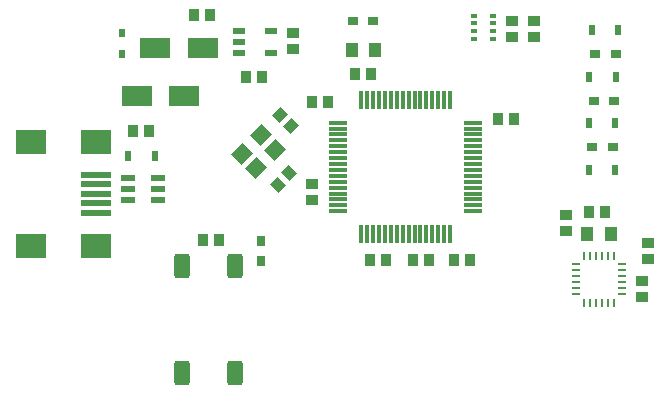
<source format=gtp>
G04*
G04 #@! TF.GenerationSoftware,Altium Limited,Altium Designer,24.10.1 (45)*
G04*
G04 Layer_Color=8421504*
%FSLAX25Y25*%
%MOIN*%
G70*
G04*
G04 #@! TF.SameCoordinates,545B6B6C-97C6-4FAA-9EA4-23BCF6F6AA29*
G04*
G04*
G04 #@! TF.FilePolarity,Positive*
G04*
G01*
G75*
G04:AMPARAMS|DCode=17|XSize=55.12mil|YSize=82.68mil|CornerRadius=13.78mil|HoleSize=0mil|Usage=FLASHONLY|Rotation=0.000|XOffset=0mil|YOffset=0mil|HoleType=Round|Shape=RoundedRectangle|*
%AMROUNDEDRECTD17*
21,1,0.05512,0.05512,0,0,0.0*
21,1,0.02756,0.08268,0,0,0.0*
1,1,0.02756,0.01378,-0.02756*
1,1,0.02756,-0.01378,-0.02756*
1,1,0.02756,-0.01378,0.02756*
1,1,0.02756,0.01378,0.02756*
%
%ADD17ROUNDEDRECTD17*%
%ADD18R,0.09843X0.06693*%
%ADD19R,0.03937X0.03543*%
%ADD20R,0.02461X0.03268*%
%ADD21R,0.03543X0.03937*%
%ADD22R,0.03937X0.04724*%
%ADD23R,0.01181X0.05906*%
%ADD24R,0.05906X0.01181*%
%ADD25R,0.03150X0.03543*%
%ADD26R,0.01968X0.01378*%
%ADD27R,0.01102X0.03110*%
%ADD28R,0.03110X0.01102*%
%ADD29R,0.03543X0.03150*%
G04:AMPARAMS|DCode=30|XSize=39.37mil|YSize=35.43mil|CornerRadius=0mil|HoleSize=0mil|Usage=FLASHONLY|Rotation=45.000|XOffset=0mil|YOffset=0mil|HoleType=Round|Shape=Rectangle|*
%AMROTATEDRECTD30*
4,1,4,-0.00139,-0.02645,-0.02645,-0.00139,0.00139,0.02645,0.02645,0.00139,-0.00139,-0.02645,0.0*
%
%ADD30ROTATEDRECTD30*%

G04:AMPARAMS|DCode=31|XSize=47.24mil|YSize=55.12mil|CornerRadius=0mil|HoleSize=0mil|Usage=FLASHONLY|Rotation=315.000|XOffset=0mil|YOffset=0mil|HoleType=Round|Shape=Rectangle|*
%AMROTATEDRECTD31*
4,1,4,-0.03619,-0.00278,0.00278,0.03619,0.03619,0.00278,-0.00278,-0.03619,-0.03619,-0.00278,0.0*
%
%ADD31ROTATEDRECTD31*%

G04:AMPARAMS|DCode=32|XSize=39.37mil|YSize=35.43mil|CornerRadius=0mil|HoleSize=0mil|Usage=FLASHONLY|Rotation=135.000|XOffset=0mil|YOffset=0mil|HoleType=Round|Shape=Rectangle|*
%AMROTATEDRECTD32*
4,1,4,0.02645,-0.00139,0.00139,-0.02645,-0.02645,0.00139,-0.00139,0.02645,0.02645,-0.00139,0.0*
%
%ADD32ROTATEDRECTD32*%

%ADD33R,0.09843X0.01968*%
%ADD34R,0.09843X0.07874*%
%ADD35R,0.04724X0.02362*%
%ADD36R,0.03937X0.02165*%
%ADD37R,0.01968X0.03150*%
D17*
X80358Y9587D02*
D03*
X62642D02*
D03*
Y45413D02*
D03*
X80358D02*
D03*
D18*
X47500Y102000D02*
D03*
X63248D02*
D03*
X69374Y118000D02*
D03*
X53626D02*
D03*
D19*
X172500Y127157D02*
D03*
Y121843D02*
D03*
X190500Y62315D02*
D03*
Y57000D02*
D03*
X106000Y67343D02*
D03*
Y72658D02*
D03*
X180000Y127157D02*
D03*
Y121843D02*
D03*
X99500Y123158D02*
D03*
Y117842D02*
D03*
X216000Y35185D02*
D03*
Y40500D02*
D03*
X218000Y47842D02*
D03*
Y53158D02*
D03*
D20*
X53380Y82000D02*
D03*
X44620D02*
D03*
X199120Y124000D02*
D03*
X207880D02*
D03*
X198301Y108500D02*
D03*
X207061D02*
D03*
X198120Y93000D02*
D03*
X206880D02*
D03*
X198120Y77500D02*
D03*
X206880D02*
D03*
D21*
X51657Y90500D02*
D03*
X46343D02*
D03*
X130657Y47500D02*
D03*
X125343D02*
D03*
X111158Y100000D02*
D03*
X105842D02*
D03*
X167842Y94500D02*
D03*
X173158D02*
D03*
X120343Y109500D02*
D03*
X125657D02*
D03*
X139685Y47500D02*
D03*
X145000D02*
D03*
X158658D02*
D03*
X153342D02*
D03*
X75000Y54000D02*
D03*
X69685D02*
D03*
X72000Y129000D02*
D03*
X66685D02*
D03*
X203658Y63500D02*
D03*
X198343D02*
D03*
X89157Y108500D02*
D03*
X83842D02*
D03*
D22*
X119063Y117500D02*
D03*
X126937D02*
D03*
X205437Y56000D02*
D03*
X197563D02*
D03*
D23*
X122315Y100882D02*
D03*
X124284D02*
D03*
X126252D02*
D03*
X128220D02*
D03*
X130189D02*
D03*
X132158D02*
D03*
X134126D02*
D03*
X136094D02*
D03*
X138063D02*
D03*
X140032D02*
D03*
X142000D02*
D03*
X143968D02*
D03*
X145937D02*
D03*
X147906D02*
D03*
X149874D02*
D03*
X151842D02*
D03*
Y56000D02*
D03*
X149874D02*
D03*
X147906D02*
D03*
X145937D02*
D03*
X143968D02*
D03*
X142000D02*
D03*
X140032D02*
D03*
X138063D02*
D03*
X136094D02*
D03*
X134126D02*
D03*
X132158D02*
D03*
X130189D02*
D03*
X128220D02*
D03*
X126252D02*
D03*
X124284D02*
D03*
X122315D02*
D03*
D24*
X159520Y93205D02*
D03*
Y91236D02*
D03*
Y89268D02*
D03*
Y87299D02*
D03*
Y85331D02*
D03*
Y83362D02*
D03*
Y81394D02*
D03*
Y79425D02*
D03*
Y77457D02*
D03*
Y75488D02*
D03*
Y73520D02*
D03*
Y71551D02*
D03*
Y69583D02*
D03*
Y67614D02*
D03*
Y65646D02*
D03*
Y63677D02*
D03*
X114638D02*
D03*
Y65646D02*
D03*
Y67614D02*
D03*
Y69583D02*
D03*
Y71551D02*
D03*
Y73520D02*
D03*
Y75488D02*
D03*
Y77457D02*
D03*
Y79425D02*
D03*
Y81394D02*
D03*
Y83362D02*
D03*
Y85331D02*
D03*
Y87299D02*
D03*
Y89268D02*
D03*
Y91236D02*
D03*
Y93205D02*
D03*
D25*
X89000Y53847D02*
D03*
Y47153D02*
D03*
D26*
X159850Y123721D02*
D03*
X166150D02*
D03*
X159850Y126279D02*
D03*
X166150D02*
D03*
Y121161D02*
D03*
X159850D02*
D03*
Y128839D02*
D03*
X166150D02*
D03*
D27*
X196579Y33244D02*
D03*
X198547D02*
D03*
X200516D02*
D03*
X202484D02*
D03*
X204453D02*
D03*
X206421D02*
D03*
Y48756D02*
D03*
X204453D02*
D03*
X202484D02*
D03*
X200516D02*
D03*
X198547D02*
D03*
X196579D02*
D03*
D28*
X209256Y36079D02*
D03*
Y38047D02*
D03*
Y40016D02*
D03*
Y41984D02*
D03*
Y43953D02*
D03*
Y45921D02*
D03*
X193744D02*
D03*
Y43953D02*
D03*
Y41984D02*
D03*
Y40016D02*
D03*
Y38047D02*
D03*
Y36079D02*
D03*
D29*
X200335Y116000D02*
D03*
X207028D02*
D03*
X199835Y100500D02*
D03*
X206528D02*
D03*
X199335Y85000D02*
D03*
X206028D02*
D03*
X126347Y127000D02*
D03*
X119653D02*
D03*
D30*
X98879Y92121D02*
D03*
X95121Y95879D02*
D03*
D31*
X87304Y78071D02*
D03*
X82571Y82804D02*
D03*
X93429Y84196D02*
D03*
X88696Y88929D02*
D03*
D32*
X98258Y76258D02*
D03*
X94500Y72500D02*
D03*
D33*
X33756Y66350D02*
D03*
Y72650D02*
D03*
Y69500D02*
D03*
Y63201D02*
D03*
Y75799D02*
D03*
D34*
Y52177D02*
D03*
Y86823D02*
D03*
X12102Y52177D02*
D03*
Y86823D02*
D03*
D35*
X44618Y74740D02*
D03*
Y71000D02*
D03*
Y67260D02*
D03*
X54500Y74740D02*
D03*
Y71000D02*
D03*
Y67260D02*
D03*
D36*
X92315Y123740D02*
D03*
Y116260D02*
D03*
X81685D02*
D03*
Y120000D02*
D03*
Y123740D02*
D03*
D37*
X42500Y115957D02*
D03*
Y123043D02*
D03*
M02*

</source>
